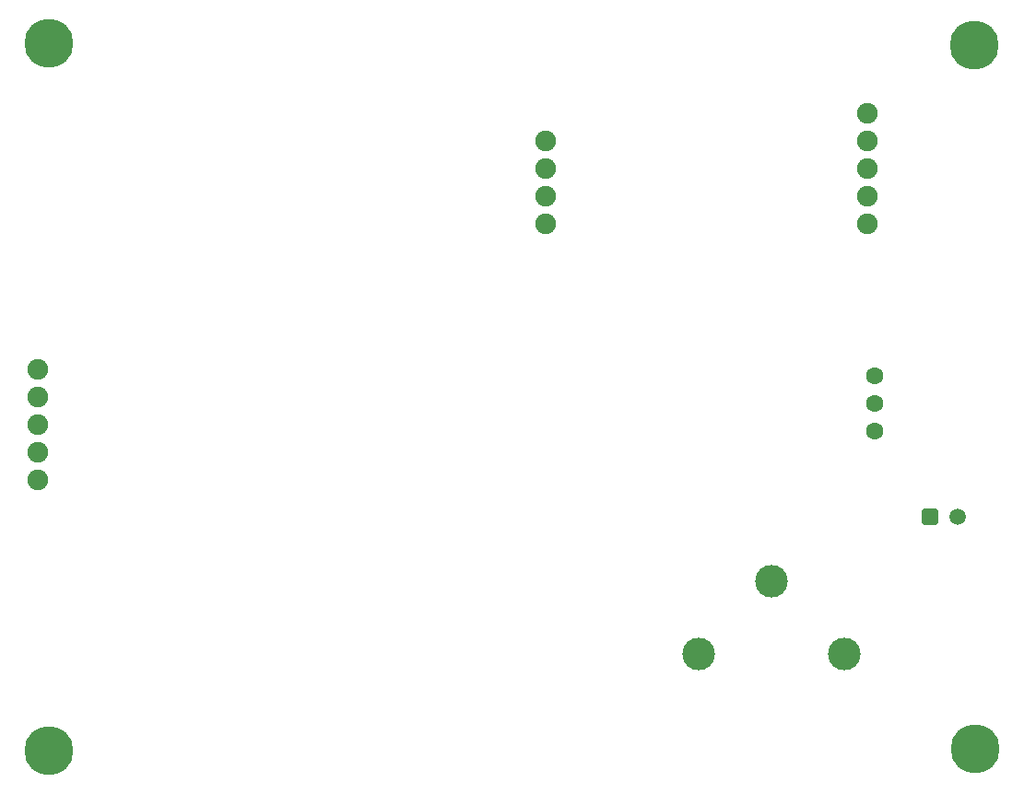
<source format=gbr>
%TF.GenerationSoftware,KiCad,Pcbnew,9.0.7-1.fc42*%
%TF.CreationDate,2026-02-03T17:10:45+01:00*%
%TF.ProjectId,air_sensor,6169725f-7365-46e7-936f-722e6b696361,rev?*%
%TF.SameCoordinates,Original*%
%TF.FileFunction,Soldermask,Bot*%
%TF.FilePolarity,Negative*%
%FSLAX46Y46*%
G04 Gerber Fmt 4.6, Leading zero omitted, Abs format (unit mm)*
G04 Created by KiCad (PCBNEW 9.0.7-1.fc42) date 2026-02-03 17:10:45*
%MOMM*%
%LPD*%
G01*
G04 APERTURE LIST*
G04 Aperture macros list*
%AMRoundRect*
0 Rectangle with rounded corners*
0 $1 Rounding radius*
0 $2 $3 $4 $5 $6 $7 $8 $9 X,Y pos of 4 corners*
0 Add a 4 corners polygon primitive as box body*
4,1,4,$2,$3,$4,$5,$6,$7,$8,$9,$2,$3,0*
0 Add four circle primitives for the rounded corners*
1,1,$1+$1,$2,$3*
1,1,$1+$1,$4,$5*
1,1,$1+$1,$6,$7*
1,1,$1+$1,$8,$9*
0 Add four rect primitives between the rounded corners*
20,1,$1+$1,$2,$3,$4,$5,0*
20,1,$1+$1,$4,$5,$6,$7,0*
20,1,$1+$1,$6,$7,$8,$9,0*
20,1,$1+$1,$8,$9,$2,$3,0*%
G04 Aperture macros list end*
%ADD10C,3.000000*%
%ADD11C,4.500000*%
%ADD12RoundRect,0.250000X-0.500000X-0.500000X0.500000X-0.500000X0.500000X0.500000X-0.500000X0.500000X0*%
%ADD13C,1.500000*%
%ADD14C,1.905000*%
%ADD15C,1.600000*%
G04 APERTURE END LIST*
D10*
%TO.C,O1*%
X163400000Y-112400000D03*
X156700000Y-119100000D03*
X170100000Y-119100000D03*
%TD*%
D11*
%TO.C,REF\u002A\u002A*%
X97000000Y-63000000D03*
%TD*%
%TO.C,REF\u002A\u002A*%
X182000000Y-63150000D03*
%TD*%
D12*
%TO.C,D1*%
X177960000Y-106500000D03*
D13*
X180500000Y-106500000D03*
%TD*%
D11*
%TO.C,REF\u002A\u002A*%
X97000000Y-128000000D03*
%TD*%
%TO.C,REF\u002A\u002A*%
X182100000Y-127800000D03*
%TD*%
D14*
%TO.C,S5*%
X172140000Y-69420000D03*
X172140000Y-71960000D03*
X172140000Y-74500000D03*
X172140000Y-77040000D03*
X172140000Y-79580000D03*
X142600000Y-71960000D03*
X142600000Y-74500000D03*
X142600000Y-77040000D03*
X142600000Y-79580000D03*
%TD*%
D15*
%TO.C,J1*%
X172837500Y-98640000D03*
X172837500Y-96100000D03*
X172837500Y-93560000D03*
%TD*%
D14*
%TO.C,G2*%
X96000000Y-92960000D03*
X96000000Y-95500000D03*
X96000000Y-98000000D03*
X96000000Y-100540000D03*
X96000000Y-103080000D03*
%TD*%
M02*

</source>
